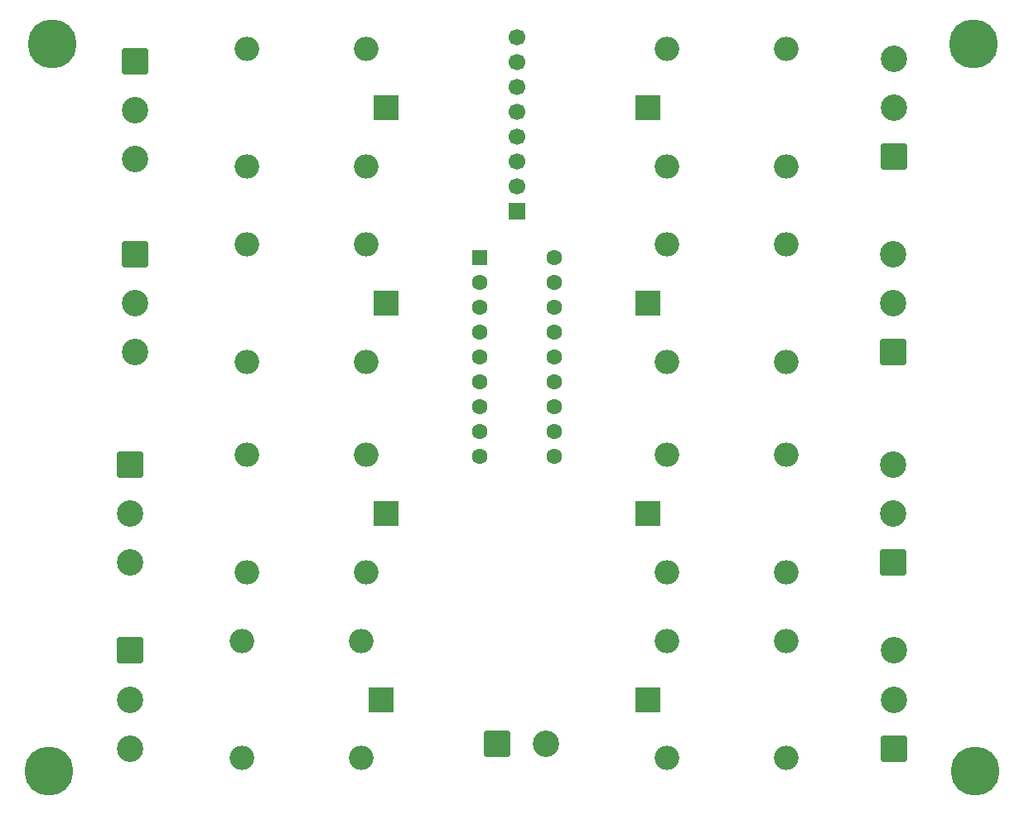
<source format=gbr>
%TF.GenerationSoftware,KiCad,Pcbnew,9.0.1*%
%TF.CreationDate,2025-07-11T18:37:37+05:30*%
%TF.ProjectId,relaymodule,72656c61-796d-46f6-9475-6c652e6b6963,rev?*%
%TF.SameCoordinates,Original*%
%TF.FileFunction,Soldermask,Bot*%
%TF.FilePolarity,Negative*%
%FSLAX46Y46*%
G04 Gerber Fmt 4.6, Leading zero omitted, Abs format (unit mm)*
G04 Created by KiCad (PCBNEW 9.0.1) date 2025-07-11 18:37:37*
%MOMM*%
%LPD*%
G01*
G04 APERTURE LIST*
G04 Aperture macros list*
%AMRoundRect*
0 Rectangle with rounded corners*
0 $1 Rounding radius*
0 $2 $3 $4 $5 $6 $7 $8 $9 X,Y pos of 4 corners*
0 Add a 4 corners polygon primitive as box body*
4,1,4,$2,$3,$4,$5,$6,$7,$8,$9,$2,$3,0*
0 Add four circle primitives for the rounded corners*
1,1,$1+$1,$2,$3*
1,1,$1+$1,$4,$5*
1,1,$1+$1,$6,$7*
1,1,$1+$1,$8,$9*
0 Add four rect primitives between the rounded corners*
20,1,$1+$1,$2,$3,$4,$5,0*
20,1,$1+$1,$4,$5,$6,$7,0*
20,1,$1+$1,$6,$7,$8,$9,0*
20,1,$1+$1,$8,$9,$2,$3,0*%
G04 Aperture macros list end*
%ADD10C,0.800000*%
%ADD11C,5.000000*%
%ADD12RoundRect,0.250001X1.099999X-1.099999X1.099999X1.099999X-1.099999X1.099999X-1.099999X-1.099999X0*%
%ADD13C,2.700000*%
%ADD14R,2.500000X2.500000*%
%ADD15O,2.500000X2.500000*%
%ADD16RoundRect,0.250001X-1.099999X1.099999X-1.099999X-1.099999X1.099999X-1.099999X1.099999X1.099999X0*%
%ADD17RoundRect,0.250000X-0.550000X-0.550000X0.550000X-0.550000X0.550000X0.550000X-0.550000X0.550000X0*%
%ADD18C,1.600000*%
%ADD19RoundRect,0.250001X-1.099999X-1.099999X1.099999X-1.099999X1.099999X1.099999X-1.099999X1.099999X0*%
%ADD20R,1.700000X1.700000*%
%ADD21C,1.700000*%
G04 APERTURE END LIST*
D10*
%TO.C,H4*%
X194135825Y-136705825D03*
X194685000Y-135380000D03*
X194685000Y-138031650D03*
X196010825Y-134830825D03*
D11*
X196010825Y-136705825D03*
D10*
X196010825Y-138580825D03*
X197336650Y-135380000D03*
X197336650Y-138031650D03*
X197885825Y-136705825D03*
%TD*%
D12*
%TO.C,J6*%
X187635000Y-93880000D03*
D13*
X187635000Y-88880000D03*
X187635000Y-83880000D03*
%TD*%
D14*
%TO.C,K8*%
X162557500Y-129380000D03*
D15*
X164557500Y-135380000D03*
X176757500Y-135380000D03*
X176757500Y-123380000D03*
X164557500Y-123380000D03*
%TD*%
D12*
%TO.C,J7*%
X187635000Y-115380000D03*
D13*
X187635000Y-110380000D03*
X187635000Y-105380000D03*
%TD*%
D10*
%TO.C,H3*%
X99484175Y-136705825D03*
X100033350Y-135380000D03*
X100033350Y-138031650D03*
X101359175Y-134830825D03*
D11*
X101359175Y-136705825D03*
D10*
X101359175Y-138580825D03*
X102685000Y-135380000D03*
X102685000Y-138031650D03*
X103234175Y-136705825D03*
%TD*%
%TO.C,H2*%
X193935000Y-62380000D03*
X194484175Y-61054175D03*
X194484175Y-63705825D03*
X195810000Y-60505000D03*
D11*
X195810000Y-62380000D03*
D10*
X195810000Y-64255000D03*
X197135825Y-61054175D03*
X197135825Y-63705825D03*
X197685000Y-62380000D03*
%TD*%
D16*
%TO.C,J3*%
X109685000Y-105380000D03*
D13*
X109685000Y-110380000D03*
X109685000Y-115380000D03*
%TD*%
D14*
%TO.C,K1*%
X135812500Y-68880000D03*
D15*
X133812500Y-62880000D03*
X121612500Y-62880000D03*
X121612500Y-74880000D03*
X133812500Y-74880000D03*
%TD*%
D16*
%TO.C,J1*%
X110185000Y-64102500D03*
D13*
X110185000Y-69102500D03*
X110185000Y-74102500D03*
%TD*%
D17*
%TO.C,U1*%
X145380000Y-84220000D03*
D18*
X145380000Y-86760000D03*
X145380000Y-89300000D03*
X145380000Y-91840000D03*
X145380000Y-94380000D03*
X145380000Y-96920000D03*
X145380000Y-99460000D03*
X145380000Y-102000000D03*
X145380000Y-104540000D03*
X153000000Y-104540000D03*
X153000000Y-102000000D03*
X153000000Y-99460000D03*
X153000000Y-96920000D03*
X153000000Y-94380000D03*
X153000000Y-91840000D03*
X153000000Y-89300000D03*
X153000000Y-86760000D03*
X153000000Y-84220000D03*
%TD*%
D12*
%TO.C,J8*%
X187685000Y-134380000D03*
D13*
X187685000Y-129380000D03*
X187685000Y-124380000D03*
%TD*%
D14*
%TO.C,K6*%
X162557500Y-88880000D03*
D15*
X164557500Y-94880000D03*
X176757500Y-94880000D03*
X176757500Y-82880000D03*
X164557500Y-82880000D03*
%TD*%
D14*
%TO.C,K7*%
X162557500Y-110380000D03*
D15*
X164557500Y-116380000D03*
X176757500Y-116380000D03*
X176757500Y-104380000D03*
X164557500Y-104380000D03*
%TD*%
D10*
%TO.C,H1*%
X99810000Y-62380000D03*
X100359175Y-61054175D03*
X100359175Y-63705825D03*
X101685000Y-60505000D03*
D11*
X101685000Y-62380000D03*
D10*
X101685000Y-64255000D03*
X103010825Y-61054175D03*
X103010825Y-63705825D03*
X103560000Y-62380000D03*
%TD*%
D16*
%TO.C,J2*%
X110185000Y-83880000D03*
D13*
X110185000Y-88880000D03*
X110185000Y-93880000D03*
%TD*%
D14*
%TO.C,K5*%
X162557500Y-68880000D03*
D15*
X164557500Y-74880000D03*
X176757500Y-74880000D03*
X176757500Y-62880000D03*
X164557500Y-62880000D03*
%TD*%
D12*
%TO.C,J5*%
X187685000Y-73880000D03*
D13*
X187685000Y-68880000D03*
X187685000Y-63880000D03*
%TD*%
D19*
%TO.C,J9*%
X147185000Y-133880000D03*
D13*
X152185000Y-133880000D03*
%TD*%
D14*
%TO.C,K3*%
X135812500Y-110380000D03*
D15*
X133812500Y-104380000D03*
X121612500Y-104380000D03*
X121612500Y-116380000D03*
X133812500Y-116380000D03*
%TD*%
D16*
%TO.C,J4*%
X109685000Y-124380000D03*
D13*
X109685000Y-129380000D03*
X109685000Y-134380000D03*
%TD*%
D14*
%TO.C,K4*%
X135312500Y-129380000D03*
D15*
X133312500Y-123380000D03*
X121112500Y-123380000D03*
X121112500Y-135380000D03*
X133312500Y-135380000D03*
%TD*%
D20*
%TO.C,J10*%
X149185000Y-79500000D03*
D21*
X149185000Y-76960000D03*
X149185000Y-74420000D03*
X149185000Y-71880000D03*
X149185000Y-69340000D03*
X149185000Y-66800000D03*
X149185000Y-64260000D03*
X149185000Y-61720000D03*
%TD*%
D14*
%TO.C,K2*%
X135812500Y-88880000D03*
D15*
X133812500Y-82880000D03*
X121612500Y-82880000D03*
X121612500Y-94880000D03*
X133812500Y-94880000D03*
%TD*%
M02*

</source>
